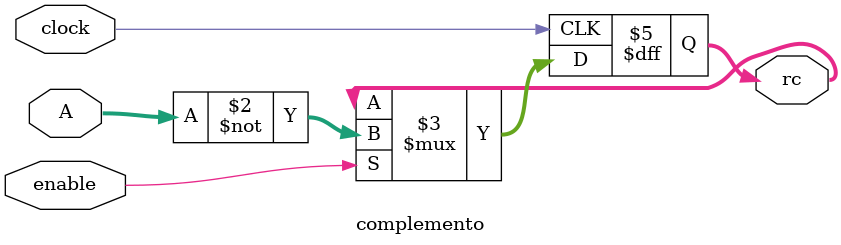
<source format=v>
module complemento #(
    parameter inputsize = 8
)(clock, A, enable, rc);

input clock;
input [0:inputsize - 1] A;
input enable;
output reg [0:inputsize - 1] rc;

always @ (posedge clock) begin

    if (enable) begin
        rc <= ~A;
    end

end

endmodule
</source>
